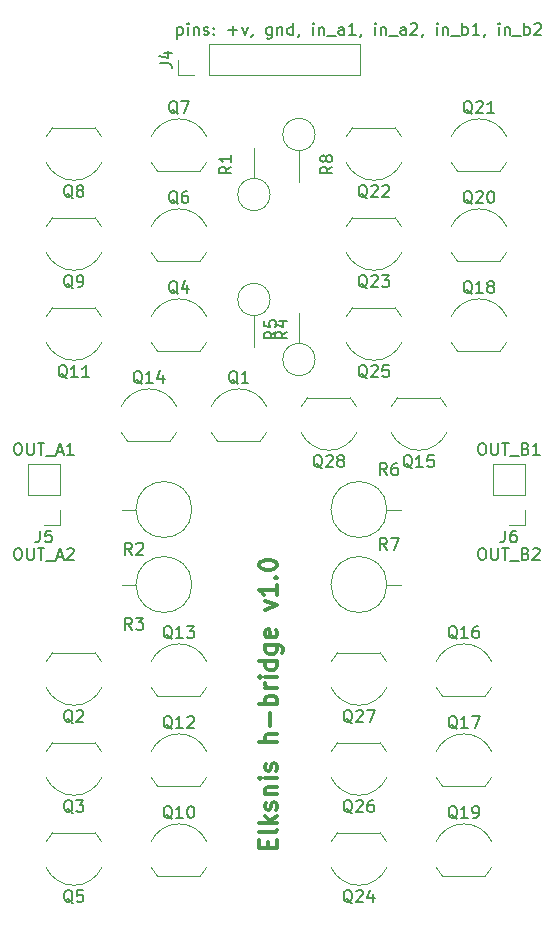
<source format=gbr>
G04 #@! TF.GenerationSoftware,KiCad,Pcbnew,5.0.1-33cea8e~68~ubuntu18.04.1*
G04 #@! TF.CreationDate,2018-11-12T23:59:36+00:00*
G04 #@! TF.ProjectId,h-bridge,682D6272696467652E6B696361645F70,rev?*
G04 #@! TF.SameCoordinates,Original*
G04 #@! TF.FileFunction,Legend,Top*
G04 #@! TF.FilePolarity,Positive*
%FSLAX46Y46*%
G04 Gerber Fmt 4.6, Leading zero omitted, Abs format (unit mm)*
G04 Created by KiCad (PCBNEW 5.0.1-33cea8e~68~ubuntu18.04.1) date Mon 12 Nov 2018 23:59:36 GMT*
%MOMM*%
%LPD*%
G01*
G04 APERTURE LIST*
%ADD10C,0.150000*%
%ADD11C,0.300000*%
%ADD12C,0.120000*%
G04 APERTURE END LIST*
D10*
X142422857Y-121372380D02*
X142613333Y-121372380D01*
X142708571Y-121420000D01*
X142803809Y-121515238D01*
X142851428Y-121705714D01*
X142851428Y-122039047D01*
X142803809Y-122229523D01*
X142708571Y-122324761D01*
X142613333Y-122372380D01*
X142422857Y-122372380D01*
X142327619Y-122324761D01*
X142232380Y-122229523D01*
X142184761Y-122039047D01*
X142184761Y-121705714D01*
X142232380Y-121515238D01*
X142327619Y-121420000D01*
X142422857Y-121372380D01*
X143280000Y-121372380D02*
X143280000Y-122181904D01*
X143327619Y-122277142D01*
X143375238Y-122324761D01*
X143470476Y-122372380D01*
X143660952Y-122372380D01*
X143756190Y-122324761D01*
X143803809Y-122277142D01*
X143851428Y-122181904D01*
X143851428Y-121372380D01*
X144184761Y-121372380D02*
X144756190Y-121372380D01*
X144470476Y-122372380D02*
X144470476Y-121372380D01*
X144851428Y-122467619D02*
X145613333Y-122467619D01*
X146184761Y-121848571D02*
X146327619Y-121896190D01*
X146375238Y-121943809D01*
X146422857Y-122039047D01*
X146422857Y-122181904D01*
X146375238Y-122277142D01*
X146327619Y-122324761D01*
X146232380Y-122372380D01*
X145851428Y-122372380D01*
X145851428Y-121372380D01*
X146184761Y-121372380D01*
X146280000Y-121420000D01*
X146327619Y-121467619D01*
X146375238Y-121562857D01*
X146375238Y-121658095D01*
X146327619Y-121753333D01*
X146280000Y-121800952D01*
X146184761Y-121848571D01*
X145851428Y-121848571D01*
X146803809Y-121467619D02*
X146851428Y-121420000D01*
X146946666Y-121372380D01*
X147184761Y-121372380D01*
X147280000Y-121420000D01*
X147327619Y-121467619D01*
X147375238Y-121562857D01*
X147375238Y-121658095D01*
X147327619Y-121800952D01*
X146756190Y-122372380D01*
X147375238Y-122372380D01*
X103124285Y-121372380D02*
X103314761Y-121372380D01*
X103410000Y-121420000D01*
X103505238Y-121515238D01*
X103552857Y-121705714D01*
X103552857Y-122039047D01*
X103505238Y-122229523D01*
X103410000Y-122324761D01*
X103314761Y-122372380D01*
X103124285Y-122372380D01*
X103029047Y-122324761D01*
X102933809Y-122229523D01*
X102886190Y-122039047D01*
X102886190Y-121705714D01*
X102933809Y-121515238D01*
X103029047Y-121420000D01*
X103124285Y-121372380D01*
X103981428Y-121372380D02*
X103981428Y-122181904D01*
X104029047Y-122277142D01*
X104076666Y-122324761D01*
X104171904Y-122372380D01*
X104362380Y-122372380D01*
X104457619Y-122324761D01*
X104505238Y-122277142D01*
X104552857Y-122181904D01*
X104552857Y-121372380D01*
X104886190Y-121372380D02*
X105457619Y-121372380D01*
X105171904Y-122372380D02*
X105171904Y-121372380D01*
X105552857Y-122467619D02*
X106314761Y-122467619D01*
X106505238Y-122086666D02*
X106981428Y-122086666D01*
X106410000Y-122372380D02*
X106743333Y-121372380D01*
X107076666Y-122372380D01*
X107362380Y-121467619D02*
X107410000Y-121420000D01*
X107505238Y-121372380D01*
X107743333Y-121372380D01*
X107838571Y-121420000D01*
X107886190Y-121467619D01*
X107933809Y-121562857D01*
X107933809Y-121658095D01*
X107886190Y-121800952D01*
X107314761Y-122372380D01*
X107933809Y-122372380D01*
X142422857Y-112482380D02*
X142613333Y-112482380D01*
X142708571Y-112530000D01*
X142803809Y-112625238D01*
X142851428Y-112815714D01*
X142851428Y-113149047D01*
X142803809Y-113339523D01*
X142708571Y-113434761D01*
X142613333Y-113482380D01*
X142422857Y-113482380D01*
X142327619Y-113434761D01*
X142232380Y-113339523D01*
X142184761Y-113149047D01*
X142184761Y-112815714D01*
X142232380Y-112625238D01*
X142327619Y-112530000D01*
X142422857Y-112482380D01*
X143280000Y-112482380D02*
X143280000Y-113291904D01*
X143327619Y-113387142D01*
X143375238Y-113434761D01*
X143470476Y-113482380D01*
X143660952Y-113482380D01*
X143756190Y-113434761D01*
X143803809Y-113387142D01*
X143851428Y-113291904D01*
X143851428Y-112482380D01*
X144184761Y-112482380D02*
X144756190Y-112482380D01*
X144470476Y-113482380D02*
X144470476Y-112482380D01*
X144851428Y-113577619D02*
X145613333Y-113577619D01*
X146184761Y-112958571D02*
X146327619Y-113006190D01*
X146375238Y-113053809D01*
X146422857Y-113149047D01*
X146422857Y-113291904D01*
X146375238Y-113387142D01*
X146327619Y-113434761D01*
X146232380Y-113482380D01*
X145851428Y-113482380D01*
X145851428Y-112482380D01*
X146184761Y-112482380D01*
X146280000Y-112530000D01*
X146327619Y-112577619D01*
X146375238Y-112672857D01*
X146375238Y-112768095D01*
X146327619Y-112863333D01*
X146280000Y-112910952D01*
X146184761Y-112958571D01*
X145851428Y-112958571D01*
X147375238Y-113482380D02*
X146803809Y-113482380D01*
X147089523Y-113482380D02*
X147089523Y-112482380D01*
X146994285Y-112625238D01*
X146899047Y-112720476D01*
X146803809Y-112768095D01*
X103124285Y-112482380D02*
X103314761Y-112482380D01*
X103410000Y-112530000D01*
X103505238Y-112625238D01*
X103552857Y-112815714D01*
X103552857Y-113149047D01*
X103505238Y-113339523D01*
X103410000Y-113434761D01*
X103314761Y-113482380D01*
X103124285Y-113482380D01*
X103029047Y-113434761D01*
X102933809Y-113339523D01*
X102886190Y-113149047D01*
X102886190Y-112815714D01*
X102933809Y-112625238D01*
X103029047Y-112530000D01*
X103124285Y-112482380D01*
X103981428Y-112482380D02*
X103981428Y-113291904D01*
X104029047Y-113387142D01*
X104076666Y-113434761D01*
X104171904Y-113482380D01*
X104362380Y-113482380D01*
X104457619Y-113434761D01*
X104505238Y-113387142D01*
X104552857Y-113291904D01*
X104552857Y-112482380D01*
X104886190Y-112482380D02*
X105457619Y-112482380D01*
X105171904Y-113482380D02*
X105171904Y-112482380D01*
X105552857Y-113577619D02*
X106314761Y-113577619D01*
X106505238Y-113196666D02*
X106981428Y-113196666D01*
X106410000Y-113482380D02*
X106743333Y-112482380D01*
X107076666Y-113482380D01*
X107933809Y-113482380D02*
X107362380Y-113482380D01*
X107648095Y-113482380D02*
X107648095Y-112482380D01*
X107552857Y-112625238D01*
X107457619Y-112720476D01*
X107362380Y-112768095D01*
X116699047Y-77255714D02*
X116699047Y-78255714D01*
X116699047Y-77303333D02*
X116794285Y-77255714D01*
X116984761Y-77255714D01*
X117080000Y-77303333D01*
X117127619Y-77350952D01*
X117175238Y-77446190D01*
X117175238Y-77731904D01*
X117127619Y-77827142D01*
X117080000Y-77874761D01*
X116984761Y-77922380D01*
X116794285Y-77922380D01*
X116699047Y-77874761D01*
X117603809Y-77922380D02*
X117603809Y-77255714D01*
X117603809Y-76922380D02*
X117556190Y-76970000D01*
X117603809Y-77017619D01*
X117651428Y-76970000D01*
X117603809Y-76922380D01*
X117603809Y-77017619D01*
X118080000Y-77255714D02*
X118080000Y-77922380D01*
X118080000Y-77350952D02*
X118127619Y-77303333D01*
X118222857Y-77255714D01*
X118365714Y-77255714D01*
X118460952Y-77303333D01*
X118508571Y-77398571D01*
X118508571Y-77922380D01*
X118937142Y-77874761D02*
X119032380Y-77922380D01*
X119222857Y-77922380D01*
X119318095Y-77874761D01*
X119365714Y-77779523D01*
X119365714Y-77731904D01*
X119318095Y-77636666D01*
X119222857Y-77589047D01*
X119080000Y-77589047D01*
X118984761Y-77541428D01*
X118937142Y-77446190D01*
X118937142Y-77398571D01*
X118984761Y-77303333D01*
X119080000Y-77255714D01*
X119222857Y-77255714D01*
X119318095Y-77303333D01*
X119794285Y-77827142D02*
X119841904Y-77874761D01*
X119794285Y-77922380D01*
X119746666Y-77874761D01*
X119794285Y-77827142D01*
X119794285Y-77922380D01*
X119794285Y-77303333D02*
X119841904Y-77350952D01*
X119794285Y-77398571D01*
X119746666Y-77350952D01*
X119794285Y-77303333D01*
X119794285Y-77398571D01*
X121032380Y-77541428D02*
X121794285Y-77541428D01*
X121413333Y-77922380D02*
X121413333Y-77160476D01*
X122175238Y-77255714D02*
X122413333Y-77922380D01*
X122651428Y-77255714D01*
X123080000Y-77874761D02*
X123080000Y-77922380D01*
X123032380Y-78017619D01*
X122984761Y-78065238D01*
X124699047Y-77255714D02*
X124699047Y-78065238D01*
X124651428Y-78160476D01*
X124603809Y-78208095D01*
X124508571Y-78255714D01*
X124365714Y-78255714D01*
X124270476Y-78208095D01*
X124699047Y-77874761D02*
X124603809Y-77922380D01*
X124413333Y-77922380D01*
X124318095Y-77874761D01*
X124270476Y-77827142D01*
X124222857Y-77731904D01*
X124222857Y-77446190D01*
X124270476Y-77350952D01*
X124318095Y-77303333D01*
X124413333Y-77255714D01*
X124603809Y-77255714D01*
X124699047Y-77303333D01*
X125175238Y-77255714D02*
X125175238Y-77922380D01*
X125175238Y-77350952D02*
X125222857Y-77303333D01*
X125318095Y-77255714D01*
X125460952Y-77255714D01*
X125556190Y-77303333D01*
X125603809Y-77398571D01*
X125603809Y-77922380D01*
X126508571Y-77922380D02*
X126508571Y-76922380D01*
X126508571Y-77874761D02*
X126413333Y-77922380D01*
X126222857Y-77922380D01*
X126127619Y-77874761D01*
X126080000Y-77827142D01*
X126032380Y-77731904D01*
X126032380Y-77446190D01*
X126080000Y-77350952D01*
X126127619Y-77303333D01*
X126222857Y-77255714D01*
X126413333Y-77255714D01*
X126508571Y-77303333D01*
X127032380Y-77874761D02*
X127032380Y-77922380D01*
X126984761Y-78017619D01*
X126937142Y-78065238D01*
X128222857Y-77922380D02*
X128222857Y-77255714D01*
X128222857Y-76922380D02*
X128175238Y-76970000D01*
X128222857Y-77017619D01*
X128270476Y-76970000D01*
X128222857Y-76922380D01*
X128222857Y-77017619D01*
X128699047Y-77255714D02*
X128699047Y-77922380D01*
X128699047Y-77350952D02*
X128746666Y-77303333D01*
X128841904Y-77255714D01*
X128984761Y-77255714D01*
X129080000Y-77303333D01*
X129127619Y-77398571D01*
X129127619Y-77922380D01*
X129365714Y-78017619D02*
X130127619Y-78017619D01*
X130794285Y-77922380D02*
X130794285Y-77398571D01*
X130746666Y-77303333D01*
X130651428Y-77255714D01*
X130460952Y-77255714D01*
X130365714Y-77303333D01*
X130794285Y-77874761D02*
X130699047Y-77922380D01*
X130460952Y-77922380D01*
X130365714Y-77874761D01*
X130318095Y-77779523D01*
X130318095Y-77684285D01*
X130365714Y-77589047D01*
X130460952Y-77541428D01*
X130699047Y-77541428D01*
X130794285Y-77493809D01*
X131794285Y-77922380D02*
X131222857Y-77922380D01*
X131508571Y-77922380D02*
X131508571Y-76922380D01*
X131413333Y-77065238D01*
X131318095Y-77160476D01*
X131222857Y-77208095D01*
X132270476Y-77874761D02*
X132270476Y-77922380D01*
X132222857Y-78017619D01*
X132175238Y-78065238D01*
X133460952Y-77922380D02*
X133460952Y-77255714D01*
X133460952Y-76922380D02*
X133413333Y-76970000D01*
X133460952Y-77017619D01*
X133508571Y-76970000D01*
X133460952Y-76922380D01*
X133460952Y-77017619D01*
X133937142Y-77255714D02*
X133937142Y-77922380D01*
X133937142Y-77350952D02*
X133984761Y-77303333D01*
X134080000Y-77255714D01*
X134222857Y-77255714D01*
X134318095Y-77303333D01*
X134365714Y-77398571D01*
X134365714Y-77922380D01*
X134603809Y-78017619D02*
X135365714Y-78017619D01*
X136032380Y-77922380D02*
X136032380Y-77398571D01*
X135984761Y-77303333D01*
X135889523Y-77255714D01*
X135699047Y-77255714D01*
X135603809Y-77303333D01*
X136032380Y-77874761D02*
X135937142Y-77922380D01*
X135699047Y-77922380D01*
X135603809Y-77874761D01*
X135556190Y-77779523D01*
X135556190Y-77684285D01*
X135603809Y-77589047D01*
X135699047Y-77541428D01*
X135937142Y-77541428D01*
X136032380Y-77493809D01*
X136460952Y-77017619D02*
X136508571Y-76970000D01*
X136603809Y-76922380D01*
X136841904Y-76922380D01*
X136937142Y-76970000D01*
X136984761Y-77017619D01*
X137032380Y-77112857D01*
X137032380Y-77208095D01*
X136984761Y-77350952D01*
X136413333Y-77922380D01*
X137032380Y-77922380D01*
X137508571Y-77874761D02*
X137508571Y-77922380D01*
X137460952Y-78017619D01*
X137413333Y-78065238D01*
X138699047Y-77922380D02*
X138699047Y-77255714D01*
X138699047Y-76922380D02*
X138651428Y-76970000D01*
X138699047Y-77017619D01*
X138746666Y-76970000D01*
X138699047Y-76922380D01*
X138699047Y-77017619D01*
X139175238Y-77255714D02*
X139175238Y-77922380D01*
X139175238Y-77350952D02*
X139222857Y-77303333D01*
X139318095Y-77255714D01*
X139460952Y-77255714D01*
X139556190Y-77303333D01*
X139603809Y-77398571D01*
X139603809Y-77922380D01*
X139841904Y-78017619D02*
X140603809Y-78017619D01*
X140841904Y-77922380D02*
X140841904Y-76922380D01*
X140841904Y-77303333D02*
X140937142Y-77255714D01*
X141127619Y-77255714D01*
X141222857Y-77303333D01*
X141270476Y-77350952D01*
X141318095Y-77446190D01*
X141318095Y-77731904D01*
X141270476Y-77827142D01*
X141222857Y-77874761D01*
X141127619Y-77922380D01*
X140937142Y-77922380D01*
X140841904Y-77874761D01*
X142270476Y-77922380D02*
X141699047Y-77922380D01*
X141984761Y-77922380D02*
X141984761Y-76922380D01*
X141889523Y-77065238D01*
X141794285Y-77160476D01*
X141699047Y-77208095D01*
X142746666Y-77874761D02*
X142746666Y-77922380D01*
X142699047Y-78017619D01*
X142651428Y-78065238D01*
X143937142Y-77922380D02*
X143937142Y-77255714D01*
X143937142Y-76922380D02*
X143889523Y-76970000D01*
X143937142Y-77017619D01*
X143984761Y-76970000D01*
X143937142Y-76922380D01*
X143937142Y-77017619D01*
X144413333Y-77255714D02*
X144413333Y-77922380D01*
X144413333Y-77350952D02*
X144460952Y-77303333D01*
X144556190Y-77255714D01*
X144699047Y-77255714D01*
X144794285Y-77303333D01*
X144841904Y-77398571D01*
X144841904Y-77922380D01*
X145080000Y-78017619D02*
X145841904Y-78017619D01*
X146080000Y-77922380D02*
X146080000Y-76922380D01*
X146080000Y-77303333D02*
X146175238Y-77255714D01*
X146365714Y-77255714D01*
X146460952Y-77303333D01*
X146508571Y-77350952D01*
X146556190Y-77446190D01*
X146556190Y-77731904D01*
X146508571Y-77827142D01*
X146460952Y-77874761D01*
X146365714Y-77922380D01*
X146175238Y-77922380D01*
X146080000Y-77874761D01*
X146937142Y-77017619D02*
X146984761Y-76970000D01*
X147080000Y-76922380D01*
X147318095Y-76922380D01*
X147413333Y-76970000D01*
X147460952Y-77017619D01*
X147508571Y-77112857D01*
X147508571Y-77208095D01*
X147460952Y-77350952D01*
X146889523Y-77922380D01*
X147508571Y-77922380D01*
D11*
X124352857Y-146798571D02*
X124352857Y-146298571D01*
X125138571Y-146084285D02*
X125138571Y-146798571D01*
X123638571Y-146798571D01*
X123638571Y-146084285D01*
X125138571Y-145227142D02*
X125067142Y-145370000D01*
X124924285Y-145441428D01*
X123638571Y-145441428D01*
X125138571Y-144655714D02*
X123638571Y-144655714D01*
X124567142Y-144512857D02*
X125138571Y-144084285D01*
X124138571Y-144084285D02*
X124710000Y-144655714D01*
X125067142Y-143512857D02*
X125138571Y-143370000D01*
X125138571Y-143084285D01*
X125067142Y-142941428D01*
X124924285Y-142870000D01*
X124852857Y-142870000D01*
X124710000Y-142941428D01*
X124638571Y-143084285D01*
X124638571Y-143298571D01*
X124567142Y-143441428D01*
X124424285Y-143512857D01*
X124352857Y-143512857D01*
X124210000Y-143441428D01*
X124138571Y-143298571D01*
X124138571Y-143084285D01*
X124210000Y-142941428D01*
X124138571Y-142227142D02*
X125138571Y-142227142D01*
X124281428Y-142227142D02*
X124210000Y-142155714D01*
X124138571Y-142012857D01*
X124138571Y-141798571D01*
X124210000Y-141655714D01*
X124352857Y-141584285D01*
X125138571Y-141584285D01*
X125138571Y-140870000D02*
X124138571Y-140870000D01*
X123638571Y-140870000D02*
X123710000Y-140941428D01*
X123781428Y-140870000D01*
X123710000Y-140798571D01*
X123638571Y-140870000D01*
X123781428Y-140870000D01*
X125067142Y-140227142D02*
X125138571Y-140084285D01*
X125138571Y-139798571D01*
X125067142Y-139655714D01*
X124924285Y-139584285D01*
X124852857Y-139584285D01*
X124710000Y-139655714D01*
X124638571Y-139798571D01*
X124638571Y-140012857D01*
X124567142Y-140155714D01*
X124424285Y-140227142D01*
X124352857Y-140227142D01*
X124210000Y-140155714D01*
X124138571Y-140012857D01*
X124138571Y-139798571D01*
X124210000Y-139655714D01*
X125138571Y-137798571D02*
X123638571Y-137798571D01*
X125138571Y-137155714D02*
X124352857Y-137155714D01*
X124210000Y-137227142D01*
X124138571Y-137370000D01*
X124138571Y-137584285D01*
X124210000Y-137727142D01*
X124281428Y-137798571D01*
X124567142Y-136441428D02*
X124567142Y-135298571D01*
X125138571Y-134584285D02*
X123638571Y-134584285D01*
X124210000Y-134584285D02*
X124138571Y-134441428D01*
X124138571Y-134155714D01*
X124210000Y-134012857D01*
X124281428Y-133941428D01*
X124424285Y-133870000D01*
X124852857Y-133870000D01*
X124995714Y-133941428D01*
X125067142Y-134012857D01*
X125138571Y-134155714D01*
X125138571Y-134441428D01*
X125067142Y-134584285D01*
X125138571Y-133227142D02*
X124138571Y-133227142D01*
X124424285Y-133227142D02*
X124281428Y-133155714D01*
X124210000Y-133084285D01*
X124138571Y-132941428D01*
X124138571Y-132798571D01*
X125138571Y-132298571D02*
X124138571Y-132298571D01*
X123638571Y-132298571D02*
X123710000Y-132370000D01*
X123781428Y-132298571D01*
X123710000Y-132227142D01*
X123638571Y-132298571D01*
X123781428Y-132298571D01*
X125138571Y-130941428D02*
X123638571Y-130941428D01*
X125067142Y-130941428D02*
X125138571Y-131084285D01*
X125138571Y-131370000D01*
X125067142Y-131512857D01*
X124995714Y-131584285D01*
X124852857Y-131655714D01*
X124424285Y-131655714D01*
X124281428Y-131584285D01*
X124210000Y-131512857D01*
X124138571Y-131370000D01*
X124138571Y-131084285D01*
X124210000Y-130941428D01*
X124138571Y-129584285D02*
X125352857Y-129584285D01*
X125495714Y-129655714D01*
X125567142Y-129727142D01*
X125638571Y-129870000D01*
X125638571Y-130084285D01*
X125567142Y-130227142D01*
X125067142Y-129584285D02*
X125138571Y-129727142D01*
X125138571Y-130012857D01*
X125067142Y-130155714D01*
X124995714Y-130227142D01*
X124852857Y-130298571D01*
X124424285Y-130298571D01*
X124281428Y-130227142D01*
X124210000Y-130155714D01*
X124138571Y-130012857D01*
X124138571Y-129727142D01*
X124210000Y-129584285D01*
X125067142Y-128298571D02*
X125138571Y-128441428D01*
X125138571Y-128727142D01*
X125067142Y-128870000D01*
X124924285Y-128941428D01*
X124352857Y-128941428D01*
X124210000Y-128870000D01*
X124138571Y-128727142D01*
X124138571Y-128441428D01*
X124210000Y-128298571D01*
X124352857Y-128227142D01*
X124495714Y-128227142D01*
X124638571Y-128941428D01*
X124138571Y-126584285D02*
X125138571Y-126227142D01*
X124138571Y-125870000D01*
X125138571Y-124512857D02*
X125138571Y-125370000D01*
X125138571Y-124941428D02*
X123638571Y-124941428D01*
X123852857Y-125084285D01*
X123995714Y-125227142D01*
X124067142Y-125370000D01*
X124995714Y-123870000D02*
X125067142Y-123798571D01*
X125138571Y-123870000D01*
X125067142Y-123941428D01*
X124995714Y-123870000D01*
X125138571Y-123870000D01*
X123638571Y-122870000D02*
X123638571Y-122727142D01*
X123710000Y-122584285D01*
X123781428Y-122512857D01*
X123924285Y-122441428D01*
X124210000Y-122370000D01*
X124567142Y-122370000D01*
X124852857Y-122441428D01*
X124995714Y-122512857D01*
X125067142Y-122584285D01*
X125138571Y-122727142D01*
X125138571Y-122870000D01*
X125067142Y-123012857D01*
X124995714Y-123084285D01*
X124852857Y-123155714D01*
X124567142Y-123227142D01*
X124210000Y-123227142D01*
X123924285Y-123155714D01*
X123781428Y-123084285D01*
X123710000Y-123012857D01*
X123638571Y-122870000D01*
D12*
G04 #@! TO.C,J5*
X106740000Y-119440000D02*
X105410000Y-119440000D01*
X106740000Y-118110000D02*
X106740000Y-119440000D01*
X106740000Y-116840000D02*
X104080000Y-116840000D01*
X104080000Y-116840000D02*
X104080000Y-114240000D01*
X106740000Y-116840000D02*
X106740000Y-114240000D01*
X106740000Y-114240000D02*
X104080000Y-114240000D01*
G04 #@! TO.C,J6*
X146110000Y-114240000D02*
X143450000Y-114240000D01*
X146110000Y-116840000D02*
X146110000Y-114240000D01*
X143450000Y-116840000D02*
X143450000Y-114240000D01*
X146110000Y-116840000D02*
X143450000Y-116840000D01*
X146110000Y-118110000D02*
X146110000Y-119440000D01*
X146110000Y-119440000D02*
X144780000Y-119440000D01*
G04 #@! TO.C,J4*
X132140000Y-81340000D02*
X132140000Y-78680000D01*
X119380000Y-81340000D02*
X132140000Y-81340000D01*
X119380000Y-78680000D02*
X132140000Y-78680000D01*
X119380000Y-81340000D02*
X119380000Y-78680000D01*
X118110000Y-81340000D02*
X116780000Y-81340000D01*
X116780000Y-81340000D02*
X116780000Y-80010000D01*
G04 #@! TO.C,R1*
X123190000Y-90070000D02*
X123190000Y-87460000D01*
X124560000Y-91440000D02*
G75*
G03X124560000Y-91440000I-1370000J0D01*
G01*
G04 #@! TO.C,R4*
X124560000Y-100330000D02*
G75*
G03X124560000Y-100330000I-1370000J0D01*
G01*
X123190000Y-101700000D02*
X123190000Y-104310000D01*
G04 #@! TO.C,R5*
X127000000Y-104040000D02*
X127000000Y-101430000D01*
X128370000Y-105410000D02*
G75*
G03X128370000Y-105410000I-1370000J0D01*
G01*
G04 #@! TO.C,R8*
X128370000Y-86360000D02*
G75*
G03X128370000Y-86360000I-1370000J0D01*
G01*
X127000000Y-87730000D02*
X127000000Y-90340000D01*
G04 #@! TO.C,Q20*
X144564184Y-96372795D02*
G75*
G02X144040000Y-97100000I-2324184J1122795D01*
G01*
X144596400Y-94151193D02*
G75*
G03X142240000Y-92650000I-2356400J-1098807D01*
G01*
X139883600Y-94151193D02*
G75*
G02X142240000Y-92650000I2356400J-1098807D01*
G01*
X139915816Y-96372795D02*
G75*
G03X140440000Y-97100000I2324184J1122795D01*
G01*
X140440000Y-97100000D02*
X144040000Y-97100000D01*
G04 #@! TO.C,Q19*
X139170000Y-149170000D02*
X142770000Y-149170000D01*
X138645816Y-148442795D02*
G75*
G03X139170000Y-149170000I2324184J1122795D01*
G01*
X138613600Y-146221193D02*
G75*
G02X140970000Y-144720000I2356400J-1098807D01*
G01*
X143326400Y-146221193D02*
G75*
G03X140970000Y-144720000I-2356400J-1098807D01*
G01*
X143294184Y-148442795D02*
G75*
G02X142770000Y-149170000I-2324184J1122795D01*
G01*
G04 #@! TO.C,Q21*
X144564184Y-88752795D02*
G75*
G02X144040000Y-89480000I-2324184J1122795D01*
G01*
X144596400Y-86531193D02*
G75*
G03X142240000Y-85030000I-2356400J-1098807D01*
G01*
X139883600Y-86531193D02*
G75*
G02X142240000Y-85030000I2356400J-1098807D01*
G01*
X139915816Y-88752795D02*
G75*
G03X140440000Y-89480000I2324184J1122795D01*
G01*
X140440000Y-89480000D02*
X144040000Y-89480000D01*
G04 #@! TO.C,Q22*
X135150000Y-85780000D02*
X131550000Y-85780000D01*
X135674184Y-86507205D02*
G75*
G03X135150000Y-85780000I-2324184J-1122795D01*
G01*
X135706400Y-88728807D02*
G75*
G02X133350000Y-90230000I-2356400J1098807D01*
G01*
X130993600Y-88728807D02*
G75*
G03X133350000Y-90230000I2356400J1098807D01*
G01*
X131025816Y-86507205D02*
G75*
G02X131550000Y-85780000I2324184J-1122795D01*
G01*
G04 #@! TO.C,Q23*
X131025816Y-94127205D02*
G75*
G02X131550000Y-93400000I2324184J-1122795D01*
G01*
X130993600Y-96348807D02*
G75*
G03X133350000Y-97850000I2356400J1098807D01*
G01*
X135706400Y-96348807D02*
G75*
G02X133350000Y-97850000I-2356400J1098807D01*
G01*
X135674184Y-94127205D02*
G75*
G03X135150000Y-93400000I-2324184J-1122795D01*
G01*
X135150000Y-93400000D02*
X131550000Y-93400000D01*
G04 #@! TO.C,Q24*
X133880000Y-145470000D02*
X130280000Y-145470000D01*
X134404184Y-146197205D02*
G75*
G03X133880000Y-145470000I-2324184J-1122795D01*
G01*
X134436400Y-148418807D02*
G75*
G02X132080000Y-149920000I-2356400J1098807D01*
G01*
X129723600Y-148418807D02*
G75*
G03X132080000Y-149920000I2356400J1098807D01*
G01*
X129755816Y-146197205D02*
G75*
G02X130280000Y-145470000I2324184J-1122795D01*
G01*
G04 #@! TO.C,Q25*
X131025816Y-101747205D02*
G75*
G02X131550000Y-101020000I2324184J-1122795D01*
G01*
X130993600Y-103968807D02*
G75*
G03X133350000Y-105470000I2356400J1098807D01*
G01*
X135706400Y-103968807D02*
G75*
G02X133350000Y-105470000I-2356400J1098807D01*
G01*
X135674184Y-101747205D02*
G75*
G03X135150000Y-101020000I-2324184J-1122795D01*
G01*
X135150000Y-101020000D02*
X131550000Y-101020000D01*
G04 #@! TO.C,Q26*
X133880000Y-137850000D02*
X130280000Y-137850000D01*
X134404184Y-138577205D02*
G75*
G03X133880000Y-137850000I-2324184J-1122795D01*
G01*
X134436400Y-140798807D02*
G75*
G02X132080000Y-142300000I-2356400J1098807D01*
G01*
X129723600Y-140798807D02*
G75*
G03X132080000Y-142300000I2356400J1098807D01*
G01*
X129755816Y-138577205D02*
G75*
G02X130280000Y-137850000I2324184J-1122795D01*
G01*
G04 #@! TO.C,Q27*
X129755816Y-130957205D02*
G75*
G02X130280000Y-130230000I2324184J-1122795D01*
G01*
X129723600Y-133178807D02*
G75*
G03X132080000Y-134680000I2356400J1098807D01*
G01*
X134436400Y-133178807D02*
G75*
G02X132080000Y-134680000I-2356400J1098807D01*
G01*
X134404184Y-130957205D02*
G75*
G03X133880000Y-130230000I-2324184J-1122795D01*
G01*
X133880000Y-130230000D02*
X130280000Y-130230000D01*
G04 #@! TO.C,Q28*
X131340000Y-108640000D02*
X127740000Y-108640000D01*
X131864184Y-109367205D02*
G75*
G03X131340000Y-108640000I-2324184J-1122795D01*
G01*
X131896400Y-111588807D02*
G75*
G02X129540000Y-113090000I-2356400J1098807D01*
G01*
X127183600Y-111588807D02*
G75*
G03X129540000Y-113090000I2356400J1098807D01*
G01*
X127215816Y-109367205D02*
G75*
G02X127740000Y-108640000I2324184J-1122795D01*
G01*
G04 #@! TO.C,Q10*
X119164184Y-148442795D02*
G75*
G02X118640000Y-149170000I-2324184J1122795D01*
G01*
X119196400Y-146221193D02*
G75*
G03X116840000Y-144720000I-2356400J-1098807D01*
G01*
X114483600Y-146221193D02*
G75*
G02X116840000Y-144720000I2356400J-1098807D01*
G01*
X114515816Y-148442795D02*
G75*
G03X115040000Y-149170000I2324184J1122795D01*
G01*
X115040000Y-149170000D02*
X118640000Y-149170000D01*
G04 #@! TO.C,Q2*
X109750000Y-130230000D02*
X106150000Y-130230000D01*
X110274184Y-130957205D02*
G75*
G03X109750000Y-130230000I-2324184J-1122795D01*
G01*
X110306400Y-133178807D02*
G75*
G02X107950000Y-134680000I-2356400J1098807D01*
G01*
X105593600Y-133178807D02*
G75*
G03X107950000Y-134680000I2356400J1098807D01*
G01*
X105625816Y-130957205D02*
G75*
G02X106150000Y-130230000I2324184J-1122795D01*
G01*
G04 #@! TO.C,Q3*
X105625816Y-138577205D02*
G75*
G02X106150000Y-137850000I2324184J-1122795D01*
G01*
X105593600Y-140798807D02*
G75*
G03X107950000Y-142300000I2356400J1098807D01*
G01*
X110306400Y-140798807D02*
G75*
G02X107950000Y-142300000I-2356400J1098807D01*
G01*
X110274184Y-138577205D02*
G75*
G03X109750000Y-137850000I-2324184J-1122795D01*
G01*
X109750000Y-137850000D02*
X106150000Y-137850000D01*
G04 #@! TO.C,Q4*
X115040000Y-104720000D02*
X118640000Y-104720000D01*
X114515816Y-103992795D02*
G75*
G03X115040000Y-104720000I2324184J1122795D01*
G01*
X114483600Y-101771193D02*
G75*
G02X116840000Y-100270000I2356400J-1098807D01*
G01*
X119196400Y-101771193D02*
G75*
G03X116840000Y-100270000I-2356400J-1098807D01*
G01*
X119164184Y-103992795D02*
G75*
G02X118640000Y-104720000I-2324184J1122795D01*
G01*
G04 #@! TO.C,Q17*
X143294184Y-140822795D02*
G75*
G02X142770000Y-141550000I-2324184J1122795D01*
G01*
X143326400Y-138601193D02*
G75*
G03X140970000Y-137100000I-2356400J-1098807D01*
G01*
X138613600Y-138601193D02*
G75*
G02X140970000Y-137100000I2356400J-1098807D01*
G01*
X138645816Y-140822795D02*
G75*
G03X139170000Y-141550000I2324184J1122795D01*
G01*
X139170000Y-141550000D02*
X142770000Y-141550000D01*
G04 #@! TO.C,Q16*
X139170000Y-133930000D02*
X142770000Y-133930000D01*
X138645816Y-133202795D02*
G75*
G03X139170000Y-133930000I2324184J1122795D01*
G01*
X138613600Y-130981193D02*
G75*
G02X140970000Y-129480000I2356400J-1098807D01*
G01*
X143326400Y-130981193D02*
G75*
G03X140970000Y-129480000I-2356400J-1098807D01*
G01*
X143294184Y-133202795D02*
G75*
G02X142770000Y-133930000I-2324184J1122795D01*
G01*
G04 #@! TO.C,Q15*
X134835816Y-109367205D02*
G75*
G02X135360000Y-108640000I2324184J-1122795D01*
G01*
X134803600Y-111588807D02*
G75*
G03X137160000Y-113090000I2356400J1098807D01*
G01*
X139516400Y-111588807D02*
G75*
G02X137160000Y-113090000I-2356400J1098807D01*
G01*
X139484184Y-109367205D02*
G75*
G03X138960000Y-108640000I-2324184J-1122795D01*
G01*
X138960000Y-108640000D02*
X135360000Y-108640000D01*
G04 #@! TO.C,Q14*
X112500000Y-112340000D02*
X116100000Y-112340000D01*
X111975816Y-111612795D02*
G75*
G03X112500000Y-112340000I2324184J1122795D01*
G01*
X111943600Y-109391193D02*
G75*
G02X114300000Y-107890000I2356400J-1098807D01*
G01*
X116656400Y-109391193D02*
G75*
G03X114300000Y-107890000I-2356400J-1098807D01*
G01*
X116624184Y-111612795D02*
G75*
G02X116100000Y-112340000I-2324184J1122795D01*
G01*
G04 #@! TO.C,Q13*
X119164184Y-133202795D02*
G75*
G02X118640000Y-133930000I-2324184J1122795D01*
G01*
X119196400Y-130981193D02*
G75*
G03X116840000Y-129480000I-2356400J-1098807D01*
G01*
X114483600Y-130981193D02*
G75*
G02X116840000Y-129480000I2356400J-1098807D01*
G01*
X114515816Y-133202795D02*
G75*
G03X115040000Y-133930000I2324184J1122795D01*
G01*
X115040000Y-133930000D02*
X118640000Y-133930000D01*
G04 #@! TO.C,Q12*
X115040000Y-141550000D02*
X118640000Y-141550000D01*
X114515816Y-140822795D02*
G75*
G03X115040000Y-141550000I2324184J1122795D01*
G01*
X114483600Y-138601193D02*
G75*
G02X116840000Y-137100000I2356400J-1098807D01*
G01*
X119196400Y-138601193D02*
G75*
G03X116840000Y-137100000I-2356400J-1098807D01*
G01*
X119164184Y-140822795D02*
G75*
G02X118640000Y-141550000I-2324184J1122795D01*
G01*
G04 #@! TO.C,Q11*
X105625816Y-101747205D02*
G75*
G02X106150000Y-101020000I2324184J-1122795D01*
G01*
X105593600Y-103968807D02*
G75*
G03X107950000Y-105470000I2356400J1098807D01*
G01*
X110306400Y-103968807D02*
G75*
G02X107950000Y-105470000I-2356400J1098807D01*
G01*
X110274184Y-101747205D02*
G75*
G03X109750000Y-101020000I-2324184J-1122795D01*
G01*
X109750000Y-101020000D02*
X106150000Y-101020000D01*
G04 #@! TO.C,Q1*
X120120000Y-112340000D02*
X123720000Y-112340000D01*
X119595816Y-111612795D02*
G75*
G03X120120000Y-112340000I2324184J1122795D01*
G01*
X119563600Y-109391193D02*
G75*
G02X121920000Y-107890000I2356400J-1098807D01*
G01*
X124276400Y-109391193D02*
G75*
G03X121920000Y-107890000I-2356400J-1098807D01*
G01*
X124244184Y-111612795D02*
G75*
G02X123720000Y-112340000I-2324184J1122795D01*
G01*
G04 #@! TO.C,Q9*
X105625816Y-94127205D02*
G75*
G02X106150000Y-93400000I2324184J-1122795D01*
G01*
X105593600Y-96348807D02*
G75*
G03X107950000Y-97850000I2356400J1098807D01*
G01*
X110306400Y-96348807D02*
G75*
G02X107950000Y-97850000I-2356400J1098807D01*
G01*
X110274184Y-94127205D02*
G75*
G03X109750000Y-93400000I-2324184J-1122795D01*
G01*
X109750000Y-93400000D02*
X106150000Y-93400000D01*
G04 #@! TO.C,Q8*
X109750000Y-85780000D02*
X106150000Y-85780000D01*
X110274184Y-86507205D02*
G75*
G03X109750000Y-85780000I-2324184J-1122795D01*
G01*
X110306400Y-88728807D02*
G75*
G02X107950000Y-90230000I-2356400J1098807D01*
G01*
X105593600Y-88728807D02*
G75*
G03X107950000Y-90230000I2356400J1098807D01*
G01*
X105625816Y-86507205D02*
G75*
G02X106150000Y-85780000I2324184J-1122795D01*
G01*
G04 #@! TO.C,Q7*
X119164184Y-88752795D02*
G75*
G02X118640000Y-89480000I-2324184J1122795D01*
G01*
X119196400Y-86531193D02*
G75*
G03X116840000Y-85030000I-2356400J-1098807D01*
G01*
X114483600Y-86531193D02*
G75*
G02X116840000Y-85030000I2356400J-1098807D01*
G01*
X114515816Y-88752795D02*
G75*
G03X115040000Y-89480000I2324184J1122795D01*
G01*
X115040000Y-89480000D02*
X118640000Y-89480000D01*
G04 #@! TO.C,Q6*
X115040000Y-97100000D02*
X118640000Y-97100000D01*
X114515816Y-96372795D02*
G75*
G03X115040000Y-97100000I2324184J1122795D01*
G01*
X114483600Y-94151193D02*
G75*
G02X116840000Y-92650000I2356400J-1098807D01*
G01*
X119196400Y-94151193D02*
G75*
G03X116840000Y-92650000I-2356400J-1098807D01*
G01*
X119164184Y-96372795D02*
G75*
G02X118640000Y-97100000I-2324184J1122795D01*
G01*
G04 #@! TO.C,Q18*
X144564184Y-103992795D02*
G75*
G02X144040000Y-104720000I-2324184J1122795D01*
G01*
X144596400Y-101771193D02*
G75*
G03X142240000Y-100270000I-2356400J-1098807D01*
G01*
X139883600Y-101771193D02*
G75*
G02X142240000Y-100270000I2356400J-1098807D01*
G01*
X139915816Y-103992795D02*
G75*
G03X140440000Y-104720000I2324184J1122795D01*
G01*
X140440000Y-104720000D02*
X144040000Y-104720000D01*
G04 #@! TO.C,Q5*
X109750000Y-145470000D02*
X106150000Y-145470000D01*
X110274184Y-146197205D02*
G75*
G03X109750000Y-145470000I-2324184J-1122795D01*
G01*
X110306400Y-148418807D02*
G75*
G02X107950000Y-149920000I-2356400J1098807D01*
G01*
X105593600Y-148418807D02*
G75*
G03X107950000Y-149920000I2356400J1098807D01*
G01*
X105625816Y-146197205D02*
G75*
G02X106150000Y-145470000I2324184J-1122795D01*
G01*
G04 #@! TO.C,R2*
X113200000Y-118110000D02*
X111990000Y-118110000D01*
X117940000Y-118110000D02*
G75*
G03X117940000Y-118110000I-2370000J0D01*
G01*
G04 #@! TO.C,R3*
X117940000Y-124460000D02*
G75*
G03X117940000Y-124460000I-2370000J0D01*
G01*
X113200000Y-124460000D02*
X111990000Y-124460000D01*
G04 #@! TO.C,R6*
X134450000Y-118110000D02*
X135660000Y-118110000D01*
X134450000Y-118110000D02*
G75*
G03X134450000Y-118110000I-2370000J0D01*
G01*
G04 #@! TO.C,R7*
X134450000Y-124460000D02*
G75*
G03X134450000Y-124460000I-2370000J0D01*
G01*
X134450000Y-124460000D02*
X135660000Y-124460000D01*
G04 #@! TO.C,J5*
D10*
X105076666Y-119892380D02*
X105076666Y-120606666D01*
X105029047Y-120749523D01*
X104933809Y-120844761D01*
X104790952Y-120892380D01*
X104695714Y-120892380D01*
X106029047Y-119892380D02*
X105552857Y-119892380D01*
X105505238Y-120368571D01*
X105552857Y-120320952D01*
X105648095Y-120273333D01*
X105886190Y-120273333D01*
X105981428Y-120320952D01*
X106029047Y-120368571D01*
X106076666Y-120463809D01*
X106076666Y-120701904D01*
X106029047Y-120797142D01*
X105981428Y-120844761D01*
X105886190Y-120892380D01*
X105648095Y-120892380D01*
X105552857Y-120844761D01*
X105505238Y-120797142D01*
G04 #@! TO.C,J6*
X144446666Y-119892380D02*
X144446666Y-120606666D01*
X144399047Y-120749523D01*
X144303809Y-120844761D01*
X144160952Y-120892380D01*
X144065714Y-120892380D01*
X145351428Y-119892380D02*
X145160952Y-119892380D01*
X145065714Y-119940000D01*
X145018095Y-119987619D01*
X144922857Y-120130476D01*
X144875238Y-120320952D01*
X144875238Y-120701904D01*
X144922857Y-120797142D01*
X144970476Y-120844761D01*
X145065714Y-120892380D01*
X145256190Y-120892380D01*
X145351428Y-120844761D01*
X145399047Y-120797142D01*
X145446666Y-120701904D01*
X145446666Y-120463809D01*
X145399047Y-120368571D01*
X145351428Y-120320952D01*
X145256190Y-120273333D01*
X145065714Y-120273333D01*
X144970476Y-120320952D01*
X144922857Y-120368571D01*
X144875238Y-120463809D01*
G04 #@! TO.C,J4*
X115232380Y-80343333D02*
X115946666Y-80343333D01*
X116089523Y-80390952D01*
X116184761Y-80486190D01*
X116232380Y-80629047D01*
X116232380Y-80724285D01*
X115565714Y-79438571D02*
X116232380Y-79438571D01*
X115184761Y-79676666D02*
X115899047Y-79914761D01*
X115899047Y-79295714D01*
G04 #@! TO.C,R1*
X121272380Y-89066666D02*
X120796190Y-89400000D01*
X121272380Y-89638095D02*
X120272380Y-89638095D01*
X120272380Y-89257142D01*
X120320000Y-89161904D01*
X120367619Y-89114285D01*
X120462857Y-89066666D01*
X120605714Y-89066666D01*
X120700952Y-89114285D01*
X120748571Y-89161904D01*
X120796190Y-89257142D01*
X120796190Y-89638095D01*
X121272380Y-88114285D02*
X121272380Y-88685714D01*
X121272380Y-88400000D02*
X120272380Y-88400000D01*
X120415238Y-88495238D01*
X120510476Y-88590476D01*
X120558095Y-88685714D01*
G04 #@! TO.C,R4*
X126012380Y-103036666D02*
X125536190Y-103370000D01*
X126012380Y-103608095D02*
X125012380Y-103608095D01*
X125012380Y-103227142D01*
X125060000Y-103131904D01*
X125107619Y-103084285D01*
X125202857Y-103036666D01*
X125345714Y-103036666D01*
X125440952Y-103084285D01*
X125488571Y-103131904D01*
X125536190Y-103227142D01*
X125536190Y-103608095D01*
X125345714Y-102179523D02*
X126012380Y-102179523D01*
X124964761Y-102417619D02*
X125679047Y-102655714D01*
X125679047Y-102036666D01*
G04 #@! TO.C,R5*
X125082380Y-103036666D02*
X124606190Y-103370000D01*
X125082380Y-103608095D02*
X124082380Y-103608095D01*
X124082380Y-103227142D01*
X124130000Y-103131904D01*
X124177619Y-103084285D01*
X124272857Y-103036666D01*
X124415714Y-103036666D01*
X124510952Y-103084285D01*
X124558571Y-103131904D01*
X124606190Y-103227142D01*
X124606190Y-103608095D01*
X124082380Y-102131904D02*
X124082380Y-102608095D01*
X124558571Y-102655714D01*
X124510952Y-102608095D01*
X124463333Y-102512857D01*
X124463333Y-102274761D01*
X124510952Y-102179523D01*
X124558571Y-102131904D01*
X124653809Y-102084285D01*
X124891904Y-102084285D01*
X124987142Y-102131904D01*
X125034761Y-102179523D01*
X125082380Y-102274761D01*
X125082380Y-102512857D01*
X125034761Y-102608095D01*
X124987142Y-102655714D01*
G04 #@! TO.C,R8*
X129822380Y-89066666D02*
X129346190Y-89400000D01*
X129822380Y-89638095D02*
X128822380Y-89638095D01*
X128822380Y-89257142D01*
X128870000Y-89161904D01*
X128917619Y-89114285D01*
X129012857Y-89066666D01*
X129155714Y-89066666D01*
X129250952Y-89114285D01*
X129298571Y-89161904D01*
X129346190Y-89257142D01*
X129346190Y-89638095D01*
X129250952Y-88495238D02*
X129203333Y-88590476D01*
X129155714Y-88638095D01*
X129060476Y-88685714D01*
X129012857Y-88685714D01*
X128917619Y-88638095D01*
X128870000Y-88590476D01*
X128822380Y-88495238D01*
X128822380Y-88304761D01*
X128870000Y-88209523D01*
X128917619Y-88161904D01*
X129012857Y-88114285D01*
X129060476Y-88114285D01*
X129155714Y-88161904D01*
X129203333Y-88209523D01*
X129250952Y-88304761D01*
X129250952Y-88495238D01*
X129298571Y-88590476D01*
X129346190Y-88638095D01*
X129441428Y-88685714D01*
X129631904Y-88685714D01*
X129727142Y-88638095D01*
X129774761Y-88590476D01*
X129822380Y-88495238D01*
X129822380Y-88304761D01*
X129774761Y-88209523D01*
X129727142Y-88161904D01*
X129631904Y-88114285D01*
X129441428Y-88114285D01*
X129346190Y-88161904D01*
X129298571Y-88209523D01*
X129250952Y-88304761D01*
G04 #@! TO.C,Q20*
X141668571Y-92237619D02*
X141573333Y-92190000D01*
X141478095Y-92094761D01*
X141335238Y-91951904D01*
X141240000Y-91904285D01*
X141144761Y-91904285D01*
X141192380Y-92142380D02*
X141097142Y-92094761D01*
X141001904Y-91999523D01*
X140954285Y-91809047D01*
X140954285Y-91475714D01*
X141001904Y-91285238D01*
X141097142Y-91190000D01*
X141192380Y-91142380D01*
X141382857Y-91142380D01*
X141478095Y-91190000D01*
X141573333Y-91285238D01*
X141620952Y-91475714D01*
X141620952Y-91809047D01*
X141573333Y-91999523D01*
X141478095Y-92094761D01*
X141382857Y-92142380D01*
X141192380Y-92142380D01*
X142001904Y-91237619D02*
X142049523Y-91190000D01*
X142144761Y-91142380D01*
X142382857Y-91142380D01*
X142478095Y-91190000D01*
X142525714Y-91237619D01*
X142573333Y-91332857D01*
X142573333Y-91428095D01*
X142525714Y-91570952D01*
X141954285Y-92142380D01*
X142573333Y-92142380D01*
X143192380Y-91142380D02*
X143287619Y-91142380D01*
X143382857Y-91190000D01*
X143430476Y-91237619D01*
X143478095Y-91332857D01*
X143525714Y-91523333D01*
X143525714Y-91761428D01*
X143478095Y-91951904D01*
X143430476Y-92047142D01*
X143382857Y-92094761D01*
X143287619Y-92142380D01*
X143192380Y-92142380D01*
X143097142Y-92094761D01*
X143049523Y-92047142D01*
X143001904Y-91951904D01*
X142954285Y-91761428D01*
X142954285Y-91523333D01*
X143001904Y-91332857D01*
X143049523Y-91237619D01*
X143097142Y-91190000D01*
X143192380Y-91142380D01*
G04 #@! TO.C,Q19*
X140398571Y-144307619D02*
X140303333Y-144260000D01*
X140208095Y-144164761D01*
X140065238Y-144021904D01*
X139970000Y-143974285D01*
X139874761Y-143974285D01*
X139922380Y-144212380D02*
X139827142Y-144164761D01*
X139731904Y-144069523D01*
X139684285Y-143879047D01*
X139684285Y-143545714D01*
X139731904Y-143355238D01*
X139827142Y-143260000D01*
X139922380Y-143212380D01*
X140112857Y-143212380D01*
X140208095Y-143260000D01*
X140303333Y-143355238D01*
X140350952Y-143545714D01*
X140350952Y-143879047D01*
X140303333Y-144069523D01*
X140208095Y-144164761D01*
X140112857Y-144212380D01*
X139922380Y-144212380D01*
X141303333Y-144212380D02*
X140731904Y-144212380D01*
X141017619Y-144212380D02*
X141017619Y-143212380D01*
X140922380Y-143355238D01*
X140827142Y-143450476D01*
X140731904Y-143498095D01*
X141779523Y-144212380D02*
X141970000Y-144212380D01*
X142065238Y-144164761D01*
X142112857Y-144117142D01*
X142208095Y-143974285D01*
X142255714Y-143783809D01*
X142255714Y-143402857D01*
X142208095Y-143307619D01*
X142160476Y-143260000D01*
X142065238Y-143212380D01*
X141874761Y-143212380D01*
X141779523Y-143260000D01*
X141731904Y-143307619D01*
X141684285Y-143402857D01*
X141684285Y-143640952D01*
X141731904Y-143736190D01*
X141779523Y-143783809D01*
X141874761Y-143831428D01*
X142065238Y-143831428D01*
X142160476Y-143783809D01*
X142208095Y-143736190D01*
X142255714Y-143640952D01*
G04 #@! TO.C,Q21*
X141668571Y-84617619D02*
X141573333Y-84570000D01*
X141478095Y-84474761D01*
X141335238Y-84331904D01*
X141240000Y-84284285D01*
X141144761Y-84284285D01*
X141192380Y-84522380D02*
X141097142Y-84474761D01*
X141001904Y-84379523D01*
X140954285Y-84189047D01*
X140954285Y-83855714D01*
X141001904Y-83665238D01*
X141097142Y-83570000D01*
X141192380Y-83522380D01*
X141382857Y-83522380D01*
X141478095Y-83570000D01*
X141573333Y-83665238D01*
X141620952Y-83855714D01*
X141620952Y-84189047D01*
X141573333Y-84379523D01*
X141478095Y-84474761D01*
X141382857Y-84522380D01*
X141192380Y-84522380D01*
X142001904Y-83617619D02*
X142049523Y-83570000D01*
X142144761Y-83522380D01*
X142382857Y-83522380D01*
X142478095Y-83570000D01*
X142525714Y-83617619D01*
X142573333Y-83712857D01*
X142573333Y-83808095D01*
X142525714Y-83950952D01*
X141954285Y-84522380D01*
X142573333Y-84522380D01*
X143525714Y-84522380D02*
X142954285Y-84522380D01*
X143240000Y-84522380D02*
X143240000Y-83522380D01*
X143144761Y-83665238D01*
X143049523Y-83760476D01*
X142954285Y-83808095D01*
G04 #@! TO.C,Q22*
X132778571Y-91737619D02*
X132683333Y-91690000D01*
X132588095Y-91594761D01*
X132445238Y-91451904D01*
X132350000Y-91404285D01*
X132254761Y-91404285D01*
X132302380Y-91642380D02*
X132207142Y-91594761D01*
X132111904Y-91499523D01*
X132064285Y-91309047D01*
X132064285Y-90975714D01*
X132111904Y-90785238D01*
X132207142Y-90690000D01*
X132302380Y-90642380D01*
X132492857Y-90642380D01*
X132588095Y-90690000D01*
X132683333Y-90785238D01*
X132730952Y-90975714D01*
X132730952Y-91309047D01*
X132683333Y-91499523D01*
X132588095Y-91594761D01*
X132492857Y-91642380D01*
X132302380Y-91642380D01*
X133111904Y-90737619D02*
X133159523Y-90690000D01*
X133254761Y-90642380D01*
X133492857Y-90642380D01*
X133588095Y-90690000D01*
X133635714Y-90737619D01*
X133683333Y-90832857D01*
X133683333Y-90928095D01*
X133635714Y-91070952D01*
X133064285Y-91642380D01*
X133683333Y-91642380D01*
X134064285Y-90737619D02*
X134111904Y-90690000D01*
X134207142Y-90642380D01*
X134445238Y-90642380D01*
X134540476Y-90690000D01*
X134588095Y-90737619D01*
X134635714Y-90832857D01*
X134635714Y-90928095D01*
X134588095Y-91070952D01*
X134016666Y-91642380D01*
X134635714Y-91642380D01*
G04 #@! TO.C,Q23*
X132778571Y-99357619D02*
X132683333Y-99310000D01*
X132588095Y-99214761D01*
X132445238Y-99071904D01*
X132350000Y-99024285D01*
X132254761Y-99024285D01*
X132302380Y-99262380D02*
X132207142Y-99214761D01*
X132111904Y-99119523D01*
X132064285Y-98929047D01*
X132064285Y-98595714D01*
X132111904Y-98405238D01*
X132207142Y-98310000D01*
X132302380Y-98262380D01*
X132492857Y-98262380D01*
X132588095Y-98310000D01*
X132683333Y-98405238D01*
X132730952Y-98595714D01*
X132730952Y-98929047D01*
X132683333Y-99119523D01*
X132588095Y-99214761D01*
X132492857Y-99262380D01*
X132302380Y-99262380D01*
X133111904Y-98357619D02*
X133159523Y-98310000D01*
X133254761Y-98262380D01*
X133492857Y-98262380D01*
X133588095Y-98310000D01*
X133635714Y-98357619D01*
X133683333Y-98452857D01*
X133683333Y-98548095D01*
X133635714Y-98690952D01*
X133064285Y-99262380D01*
X133683333Y-99262380D01*
X134016666Y-98262380D02*
X134635714Y-98262380D01*
X134302380Y-98643333D01*
X134445238Y-98643333D01*
X134540476Y-98690952D01*
X134588095Y-98738571D01*
X134635714Y-98833809D01*
X134635714Y-99071904D01*
X134588095Y-99167142D01*
X134540476Y-99214761D01*
X134445238Y-99262380D01*
X134159523Y-99262380D01*
X134064285Y-99214761D01*
X134016666Y-99167142D01*
G04 #@! TO.C,Q24*
X131508571Y-151427619D02*
X131413333Y-151380000D01*
X131318095Y-151284761D01*
X131175238Y-151141904D01*
X131080000Y-151094285D01*
X130984761Y-151094285D01*
X131032380Y-151332380D02*
X130937142Y-151284761D01*
X130841904Y-151189523D01*
X130794285Y-150999047D01*
X130794285Y-150665714D01*
X130841904Y-150475238D01*
X130937142Y-150380000D01*
X131032380Y-150332380D01*
X131222857Y-150332380D01*
X131318095Y-150380000D01*
X131413333Y-150475238D01*
X131460952Y-150665714D01*
X131460952Y-150999047D01*
X131413333Y-151189523D01*
X131318095Y-151284761D01*
X131222857Y-151332380D01*
X131032380Y-151332380D01*
X131841904Y-150427619D02*
X131889523Y-150380000D01*
X131984761Y-150332380D01*
X132222857Y-150332380D01*
X132318095Y-150380000D01*
X132365714Y-150427619D01*
X132413333Y-150522857D01*
X132413333Y-150618095D01*
X132365714Y-150760952D01*
X131794285Y-151332380D01*
X132413333Y-151332380D01*
X133270476Y-150665714D02*
X133270476Y-151332380D01*
X133032380Y-150284761D02*
X132794285Y-150999047D01*
X133413333Y-150999047D01*
G04 #@! TO.C,Q25*
X132778571Y-106977619D02*
X132683333Y-106930000D01*
X132588095Y-106834761D01*
X132445238Y-106691904D01*
X132350000Y-106644285D01*
X132254761Y-106644285D01*
X132302380Y-106882380D02*
X132207142Y-106834761D01*
X132111904Y-106739523D01*
X132064285Y-106549047D01*
X132064285Y-106215714D01*
X132111904Y-106025238D01*
X132207142Y-105930000D01*
X132302380Y-105882380D01*
X132492857Y-105882380D01*
X132588095Y-105930000D01*
X132683333Y-106025238D01*
X132730952Y-106215714D01*
X132730952Y-106549047D01*
X132683333Y-106739523D01*
X132588095Y-106834761D01*
X132492857Y-106882380D01*
X132302380Y-106882380D01*
X133111904Y-105977619D02*
X133159523Y-105930000D01*
X133254761Y-105882380D01*
X133492857Y-105882380D01*
X133588095Y-105930000D01*
X133635714Y-105977619D01*
X133683333Y-106072857D01*
X133683333Y-106168095D01*
X133635714Y-106310952D01*
X133064285Y-106882380D01*
X133683333Y-106882380D01*
X134588095Y-105882380D02*
X134111904Y-105882380D01*
X134064285Y-106358571D01*
X134111904Y-106310952D01*
X134207142Y-106263333D01*
X134445238Y-106263333D01*
X134540476Y-106310952D01*
X134588095Y-106358571D01*
X134635714Y-106453809D01*
X134635714Y-106691904D01*
X134588095Y-106787142D01*
X134540476Y-106834761D01*
X134445238Y-106882380D01*
X134207142Y-106882380D01*
X134111904Y-106834761D01*
X134064285Y-106787142D01*
G04 #@! TO.C,Q26*
X131508571Y-143807619D02*
X131413333Y-143760000D01*
X131318095Y-143664761D01*
X131175238Y-143521904D01*
X131080000Y-143474285D01*
X130984761Y-143474285D01*
X131032380Y-143712380D02*
X130937142Y-143664761D01*
X130841904Y-143569523D01*
X130794285Y-143379047D01*
X130794285Y-143045714D01*
X130841904Y-142855238D01*
X130937142Y-142760000D01*
X131032380Y-142712380D01*
X131222857Y-142712380D01*
X131318095Y-142760000D01*
X131413333Y-142855238D01*
X131460952Y-143045714D01*
X131460952Y-143379047D01*
X131413333Y-143569523D01*
X131318095Y-143664761D01*
X131222857Y-143712380D01*
X131032380Y-143712380D01*
X131841904Y-142807619D02*
X131889523Y-142760000D01*
X131984761Y-142712380D01*
X132222857Y-142712380D01*
X132318095Y-142760000D01*
X132365714Y-142807619D01*
X132413333Y-142902857D01*
X132413333Y-142998095D01*
X132365714Y-143140952D01*
X131794285Y-143712380D01*
X132413333Y-143712380D01*
X133270476Y-142712380D02*
X133080000Y-142712380D01*
X132984761Y-142760000D01*
X132937142Y-142807619D01*
X132841904Y-142950476D01*
X132794285Y-143140952D01*
X132794285Y-143521904D01*
X132841904Y-143617142D01*
X132889523Y-143664761D01*
X132984761Y-143712380D01*
X133175238Y-143712380D01*
X133270476Y-143664761D01*
X133318095Y-143617142D01*
X133365714Y-143521904D01*
X133365714Y-143283809D01*
X133318095Y-143188571D01*
X133270476Y-143140952D01*
X133175238Y-143093333D01*
X132984761Y-143093333D01*
X132889523Y-143140952D01*
X132841904Y-143188571D01*
X132794285Y-143283809D01*
G04 #@! TO.C,Q27*
X131508571Y-136187619D02*
X131413333Y-136140000D01*
X131318095Y-136044761D01*
X131175238Y-135901904D01*
X131080000Y-135854285D01*
X130984761Y-135854285D01*
X131032380Y-136092380D02*
X130937142Y-136044761D01*
X130841904Y-135949523D01*
X130794285Y-135759047D01*
X130794285Y-135425714D01*
X130841904Y-135235238D01*
X130937142Y-135140000D01*
X131032380Y-135092380D01*
X131222857Y-135092380D01*
X131318095Y-135140000D01*
X131413333Y-135235238D01*
X131460952Y-135425714D01*
X131460952Y-135759047D01*
X131413333Y-135949523D01*
X131318095Y-136044761D01*
X131222857Y-136092380D01*
X131032380Y-136092380D01*
X131841904Y-135187619D02*
X131889523Y-135140000D01*
X131984761Y-135092380D01*
X132222857Y-135092380D01*
X132318095Y-135140000D01*
X132365714Y-135187619D01*
X132413333Y-135282857D01*
X132413333Y-135378095D01*
X132365714Y-135520952D01*
X131794285Y-136092380D01*
X132413333Y-136092380D01*
X132746666Y-135092380D02*
X133413333Y-135092380D01*
X132984761Y-136092380D01*
G04 #@! TO.C,Q28*
X128968571Y-114597619D02*
X128873333Y-114550000D01*
X128778095Y-114454761D01*
X128635238Y-114311904D01*
X128540000Y-114264285D01*
X128444761Y-114264285D01*
X128492380Y-114502380D02*
X128397142Y-114454761D01*
X128301904Y-114359523D01*
X128254285Y-114169047D01*
X128254285Y-113835714D01*
X128301904Y-113645238D01*
X128397142Y-113550000D01*
X128492380Y-113502380D01*
X128682857Y-113502380D01*
X128778095Y-113550000D01*
X128873333Y-113645238D01*
X128920952Y-113835714D01*
X128920952Y-114169047D01*
X128873333Y-114359523D01*
X128778095Y-114454761D01*
X128682857Y-114502380D01*
X128492380Y-114502380D01*
X129301904Y-113597619D02*
X129349523Y-113550000D01*
X129444761Y-113502380D01*
X129682857Y-113502380D01*
X129778095Y-113550000D01*
X129825714Y-113597619D01*
X129873333Y-113692857D01*
X129873333Y-113788095D01*
X129825714Y-113930952D01*
X129254285Y-114502380D01*
X129873333Y-114502380D01*
X130444761Y-113930952D02*
X130349523Y-113883333D01*
X130301904Y-113835714D01*
X130254285Y-113740476D01*
X130254285Y-113692857D01*
X130301904Y-113597619D01*
X130349523Y-113550000D01*
X130444761Y-113502380D01*
X130635238Y-113502380D01*
X130730476Y-113550000D01*
X130778095Y-113597619D01*
X130825714Y-113692857D01*
X130825714Y-113740476D01*
X130778095Y-113835714D01*
X130730476Y-113883333D01*
X130635238Y-113930952D01*
X130444761Y-113930952D01*
X130349523Y-113978571D01*
X130301904Y-114026190D01*
X130254285Y-114121428D01*
X130254285Y-114311904D01*
X130301904Y-114407142D01*
X130349523Y-114454761D01*
X130444761Y-114502380D01*
X130635238Y-114502380D01*
X130730476Y-114454761D01*
X130778095Y-114407142D01*
X130825714Y-114311904D01*
X130825714Y-114121428D01*
X130778095Y-114026190D01*
X130730476Y-113978571D01*
X130635238Y-113930952D01*
G04 #@! TO.C,Q10*
X116268571Y-144307619D02*
X116173333Y-144260000D01*
X116078095Y-144164761D01*
X115935238Y-144021904D01*
X115840000Y-143974285D01*
X115744761Y-143974285D01*
X115792380Y-144212380D02*
X115697142Y-144164761D01*
X115601904Y-144069523D01*
X115554285Y-143879047D01*
X115554285Y-143545714D01*
X115601904Y-143355238D01*
X115697142Y-143260000D01*
X115792380Y-143212380D01*
X115982857Y-143212380D01*
X116078095Y-143260000D01*
X116173333Y-143355238D01*
X116220952Y-143545714D01*
X116220952Y-143879047D01*
X116173333Y-144069523D01*
X116078095Y-144164761D01*
X115982857Y-144212380D01*
X115792380Y-144212380D01*
X117173333Y-144212380D02*
X116601904Y-144212380D01*
X116887619Y-144212380D02*
X116887619Y-143212380D01*
X116792380Y-143355238D01*
X116697142Y-143450476D01*
X116601904Y-143498095D01*
X117792380Y-143212380D02*
X117887619Y-143212380D01*
X117982857Y-143260000D01*
X118030476Y-143307619D01*
X118078095Y-143402857D01*
X118125714Y-143593333D01*
X118125714Y-143831428D01*
X118078095Y-144021904D01*
X118030476Y-144117142D01*
X117982857Y-144164761D01*
X117887619Y-144212380D01*
X117792380Y-144212380D01*
X117697142Y-144164761D01*
X117649523Y-144117142D01*
X117601904Y-144021904D01*
X117554285Y-143831428D01*
X117554285Y-143593333D01*
X117601904Y-143402857D01*
X117649523Y-143307619D01*
X117697142Y-143260000D01*
X117792380Y-143212380D01*
G04 #@! TO.C,Q2*
X107854761Y-136187619D02*
X107759523Y-136140000D01*
X107664285Y-136044761D01*
X107521428Y-135901904D01*
X107426190Y-135854285D01*
X107330952Y-135854285D01*
X107378571Y-136092380D02*
X107283333Y-136044761D01*
X107188095Y-135949523D01*
X107140476Y-135759047D01*
X107140476Y-135425714D01*
X107188095Y-135235238D01*
X107283333Y-135140000D01*
X107378571Y-135092380D01*
X107569047Y-135092380D01*
X107664285Y-135140000D01*
X107759523Y-135235238D01*
X107807142Y-135425714D01*
X107807142Y-135759047D01*
X107759523Y-135949523D01*
X107664285Y-136044761D01*
X107569047Y-136092380D01*
X107378571Y-136092380D01*
X108188095Y-135187619D02*
X108235714Y-135140000D01*
X108330952Y-135092380D01*
X108569047Y-135092380D01*
X108664285Y-135140000D01*
X108711904Y-135187619D01*
X108759523Y-135282857D01*
X108759523Y-135378095D01*
X108711904Y-135520952D01*
X108140476Y-136092380D01*
X108759523Y-136092380D01*
G04 #@! TO.C,Q3*
X107854761Y-143807619D02*
X107759523Y-143760000D01*
X107664285Y-143664761D01*
X107521428Y-143521904D01*
X107426190Y-143474285D01*
X107330952Y-143474285D01*
X107378571Y-143712380D02*
X107283333Y-143664761D01*
X107188095Y-143569523D01*
X107140476Y-143379047D01*
X107140476Y-143045714D01*
X107188095Y-142855238D01*
X107283333Y-142760000D01*
X107378571Y-142712380D01*
X107569047Y-142712380D01*
X107664285Y-142760000D01*
X107759523Y-142855238D01*
X107807142Y-143045714D01*
X107807142Y-143379047D01*
X107759523Y-143569523D01*
X107664285Y-143664761D01*
X107569047Y-143712380D01*
X107378571Y-143712380D01*
X108140476Y-142712380D02*
X108759523Y-142712380D01*
X108426190Y-143093333D01*
X108569047Y-143093333D01*
X108664285Y-143140952D01*
X108711904Y-143188571D01*
X108759523Y-143283809D01*
X108759523Y-143521904D01*
X108711904Y-143617142D01*
X108664285Y-143664761D01*
X108569047Y-143712380D01*
X108283333Y-143712380D01*
X108188095Y-143664761D01*
X108140476Y-143617142D01*
G04 #@! TO.C,Q4*
X116744761Y-99857619D02*
X116649523Y-99810000D01*
X116554285Y-99714761D01*
X116411428Y-99571904D01*
X116316190Y-99524285D01*
X116220952Y-99524285D01*
X116268571Y-99762380D02*
X116173333Y-99714761D01*
X116078095Y-99619523D01*
X116030476Y-99429047D01*
X116030476Y-99095714D01*
X116078095Y-98905238D01*
X116173333Y-98810000D01*
X116268571Y-98762380D01*
X116459047Y-98762380D01*
X116554285Y-98810000D01*
X116649523Y-98905238D01*
X116697142Y-99095714D01*
X116697142Y-99429047D01*
X116649523Y-99619523D01*
X116554285Y-99714761D01*
X116459047Y-99762380D01*
X116268571Y-99762380D01*
X117554285Y-99095714D02*
X117554285Y-99762380D01*
X117316190Y-98714761D02*
X117078095Y-99429047D01*
X117697142Y-99429047D01*
G04 #@! TO.C,Q17*
X140398571Y-136687619D02*
X140303333Y-136640000D01*
X140208095Y-136544761D01*
X140065238Y-136401904D01*
X139970000Y-136354285D01*
X139874761Y-136354285D01*
X139922380Y-136592380D02*
X139827142Y-136544761D01*
X139731904Y-136449523D01*
X139684285Y-136259047D01*
X139684285Y-135925714D01*
X139731904Y-135735238D01*
X139827142Y-135640000D01*
X139922380Y-135592380D01*
X140112857Y-135592380D01*
X140208095Y-135640000D01*
X140303333Y-135735238D01*
X140350952Y-135925714D01*
X140350952Y-136259047D01*
X140303333Y-136449523D01*
X140208095Y-136544761D01*
X140112857Y-136592380D01*
X139922380Y-136592380D01*
X141303333Y-136592380D02*
X140731904Y-136592380D01*
X141017619Y-136592380D02*
X141017619Y-135592380D01*
X140922380Y-135735238D01*
X140827142Y-135830476D01*
X140731904Y-135878095D01*
X141636666Y-135592380D02*
X142303333Y-135592380D01*
X141874761Y-136592380D01*
G04 #@! TO.C,Q16*
X140398571Y-129067619D02*
X140303333Y-129020000D01*
X140208095Y-128924761D01*
X140065238Y-128781904D01*
X139970000Y-128734285D01*
X139874761Y-128734285D01*
X139922380Y-128972380D02*
X139827142Y-128924761D01*
X139731904Y-128829523D01*
X139684285Y-128639047D01*
X139684285Y-128305714D01*
X139731904Y-128115238D01*
X139827142Y-128020000D01*
X139922380Y-127972380D01*
X140112857Y-127972380D01*
X140208095Y-128020000D01*
X140303333Y-128115238D01*
X140350952Y-128305714D01*
X140350952Y-128639047D01*
X140303333Y-128829523D01*
X140208095Y-128924761D01*
X140112857Y-128972380D01*
X139922380Y-128972380D01*
X141303333Y-128972380D02*
X140731904Y-128972380D01*
X141017619Y-128972380D02*
X141017619Y-127972380D01*
X140922380Y-128115238D01*
X140827142Y-128210476D01*
X140731904Y-128258095D01*
X142160476Y-127972380D02*
X141970000Y-127972380D01*
X141874761Y-128020000D01*
X141827142Y-128067619D01*
X141731904Y-128210476D01*
X141684285Y-128400952D01*
X141684285Y-128781904D01*
X141731904Y-128877142D01*
X141779523Y-128924761D01*
X141874761Y-128972380D01*
X142065238Y-128972380D01*
X142160476Y-128924761D01*
X142208095Y-128877142D01*
X142255714Y-128781904D01*
X142255714Y-128543809D01*
X142208095Y-128448571D01*
X142160476Y-128400952D01*
X142065238Y-128353333D01*
X141874761Y-128353333D01*
X141779523Y-128400952D01*
X141731904Y-128448571D01*
X141684285Y-128543809D01*
G04 #@! TO.C,Q15*
X136588571Y-114597619D02*
X136493333Y-114550000D01*
X136398095Y-114454761D01*
X136255238Y-114311904D01*
X136160000Y-114264285D01*
X136064761Y-114264285D01*
X136112380Y-114502380D02*
X136017142Y-114454761D01*
X135921904Y-114359523D01*
X135874285Y-114169047D01*
X135874285Y-113835714D01*
X135921904Y-113645238D01*
X136017142Y-113550000D01*
X136112380Y-113502380D01*
X136302857Y-113502380D01*
X136398095Y-113550000D01*
X136493333Y-113645238D01*
X136540952Y-113835714D01*
X136540952Y-114169047D01*
X136493333Y-114359523D01*
X136398095Y-114454761D01*
X136302857Y-114502380D01*
X136112380Y-114502380D01*
X137493333Y-114502380D02*
X136921904Y-114502380D01*
X137207619Y-114502380D02*
X137207619Y-113502380D01*
X137112380Y-113645238D01*
X137017142Y-113740476D01*
X136921904Y-113788095D01*
X138398095Y-113502380D02*
X137921904Y-113502380D01*
X137874285Y-113978571D01*
X137921904Y-113930952D01*
X138017142Y-113883333D01*
X138255238Y-113883333D01*
X138350476Y-113930952D01*
X138398095Y-113978571D01*
X138445714Y-114073809D01*
X138445714Y-114311904D01*
X138398095Y-114407142D01*
X138350476Y-114454761D01*
X138255238Y-114502380D01*
X138017142Y-114502380D01*
X137921904Y-114454761D01*
X137874285Y-114407142D01*
G04 #@! TO.C,Q14*
X113728571Y-107477619D02*
X113633333Y-107430000D01*
X113538095Y-107334761D01*
X113395238Y-107191904D01*
X113300000Y-107144285D01*
X113204761Y-107144285D01*
X113252380Y-107382380D02*
X113157142Y-107334761D01*
X113061904Y-107239523D01*
X113014285Y-107049047D01*
X113014285Y-106715714D01*
X113061904Y-106525238D01*
X113157142Y-106430000D01*
X113252380Y-106382380D01*
X113442857Y-106382380D01*
X113538095Y-106430000D01*
X113633333Y-106525238D01*
X113680952Y-106715714D01*
X113680952Y-107049047D01*
X113633333Y-107239523D01*
X113538095Y-107334761D01*
X113442857Y-107382380D01*
X113252380Y-107382380D01*
X114633333Y-107382380D02*
X114061904Y-107382380D01*
X114347619Y-107382380D02*
X114347619Y-106382380D01*
X114252380Y-106525238D01*
X114157142Y-106620476D01*
X114061904Y-106668095D01*
X115490476Y-106715714D02*
X115490476Y-107382380D01*
X115252380Y-106334761D02*
X115014285Y-107049047D01*
X115633333Y-107049047D01*
G04 #@! TO.C,Q13*
X116268571Y-129067619D02*
X116173333Y-129020000D01*
X116078095Y-128924761D01*
X115935238Y-128781904D01*
X115840000Y-128734285D01*
X115744761Y-128734285D01*
X115792380Y-128972380D02*
X115697142Y-128924761D01*
X115601904Y-128829523D01*
X115554285Y-128639047D01*
X115554285Y-128305714D01*
X115601904Y-128115238D01*
X115697142Y-128020000D01*
X115792380Y-127972380D01*
X115982857Y-127972380D01*
X116078095Y-128020000D01*
X116173333Y-128115238D01*
X116220952Y-128305714D01*
X116220952Y-128639047D01*
X116173333Y-128829523D01*
X116078095Y-128924761D01*
X115982857Y-128972380D01*
X115792380Y-128972380D01*
X117173333Y-128972380D02*
X116601904Y-128972380D01*
X116887619Y-128972380D02*
X116887619Y-127972380D01*
X116792380Y-128115238D01*
X116697142Y-128210476D01*
X116601904Y-128258095D01*
X117506666Y-127972380D02*
X118125714Y-127972380D01*
X117792380Y-128353333D01*
X117935238Y-128353333D01*
X118030476Y-128400952D01*
X118078095Y-128448571D01*
X118125714Y-128543809D01*
X118125714Y-128781904D01*
X118078095Y-128877142D01*
X118030476Y-128924761D01*
X117935238Y-128972380D01*
X117649523Y-128972380D01*
X117554285Y-128924761D01*
X117506666Y-128877142D01*
G04 #@! TO.C,Q12*
X116268571Y-136687619D02*
X116173333Y-136640000D01*
X116078095Y-136544761D01*
X115935238Y-136401904D01*
X115840000Y-136354285D01*
X115744761Y-136354285D01*
X115792380Y-136592380D02*
X115697142Y-136544761D01*
X115601904Y-136449523D01*
X115554285Y-136259047D01*
X115554285Y-135925714D01*
X115601904Y-135735238D01*
X115697142Y-135640000D01*
X115792380Y-135592380D01*
X115982857Y-135592380D01*
X116078095Y-135640000D01*
X116173333Y-135735238D01*
X116220952Y-135925714D01*
X116220952Y-136259047D01*
X116173333Y-136449523D01*
X116078095Y-136544761D01*
X115982857Y-136592380D01*
X115792380Y-136592380D01*
X117173333Y-136592380D02*
X116601904Y-136592380D01*
X116887619Y-136592380D02*
X116887619Y-135592380D01*
X116792380Y-135735238D01*
X116697142Y-135830476D01*
X116601904Y-135878095D01*
X117554285Y-135687619D02*
X117601904Y-135640000D01*
X117697142Y-135592380D01*
X117935238Y-135592380D01*
X118030476Y-135640000D01*
X118078095Y-135687619D01*
X118125714Y-135782857D01*
X118125714Y-135878095D01*
X118078095Y-136020952D01*
X117506666Y-136592380D01*
X118125714Y-136592380D01*
G04 #@! TO.C,Q11*
X107378571Y-106977619D02*
X107283333Y-106930000D01*
X107188095Y-106834761D01*
X107045238Y-106691904D01*
X106950000Y-106644285D01*
X106854761Y-106644285D01*
X106902380Y-106882380D02*
X106807142Y-106834761D01*
X106711904Y-106739523D01*
X106664285Y-106549047D01*
X106664285Y-106215714D01*
X106711904Y-106025238D01*
X106807142Y-105930000D01*
X106902380Y-105882380D01*
X107092857Y-105882380D01*
X107188095Y-105930000D01*
X107283333Y-106025238D01*
X107330952Y-106215714D01*
X107330952Y-106549047D01*
X107283333Y-106739523D01*
X107188095Y-106834761D01*
X107092857Y-106882380D01*
X106902380Y-106882380D01*
X108283333Y-106882380D02*
X107711904Y-106882380D01*
X107997619Y-106882380D02*
X107997619Y-105882380D01*
X107902380Y-106025238D01*
X107807142Y-106120476D01*
X107711904Y-106168095D01*
X109235714Y-106882380D02*
X108664285Y-106882380D01*
X108950000Y-106882380D02*
X108950000Y-105882380D01*
X108854761Y-106025238D01*
X108759523Y-106120476D01*
X108664285Y-106168095D01*
G04 #@! TO.C,Q1*
X121824761Y-107477619D02*
X121729523Y-107430000D01*
X121634285Y-107334761D01*
X121491428Y-107191904D01*
X121396190Y-107144285D01*
X121300952Y-107144285D01*
X121348571Y-107382380D02*
X121253333Y-107334761D01*
X121158095Y-107239523D01*
X121110476Y-107049047D01*
X121110476Y-106715714D01*
X121158095Y-106525238D01*
X121253333Y-106430000D01*
X121348571Y-106382380D01*
X121539047Y-106382380D01*
X121634285Y-106430000D01*
X121729523Y-106525238D01*
X121777142Y-106715714D01*
X121777142Y-107049047D01*
X121729523Y-107239523D01*
X121634285Y-107334761D01*
X121539047Y-107382380D01*
X121348571Y-107382380D01*
X122729523Y-107382380D02*
X122158095Y-107382380D01*
X122443809Y-107382380D02*
X122443809Y-106382380D01*
X122348571Y-106525238D01*
X122253333Y-106620476D01*
X122158095Y-106668095D01*
G04 #@! TO.C,Q9*
X107854761Y-99357619D02*
X107759523Y-99310000D01*
X107664285Y-99214761D01*
X107521428Y-99071904D01*
X107426190Y-99024285D01*
X107330952Y-99024285D01*
X107378571Y-99262380D02*
X107283333Y-99214761D01*
X107188095Y-99119523D01*
X107140476Y-98929047D01*
X107140476Y-98595714D01*
X107188095Y-98405238D01*
X107283333Y-98310000D01*
X107378571Y-98262380D01*
X107569047Y-98262380D01*
X107664285Y-98310000D01*
X107759523Y-98405238D01*
X107807142Y-98595714D01*
X107807142Y-98929047D01*
X107759523Y-99119523D01*
X107664285Y-99214761D01*
X107569047Y-99262380D01*
X107378571Y-99262380D01*
X108283333Y-99262380D02*
X108473809Y-99262380D01*
X108569047Y-99214761D01*
X108616666Y-99167142D01*
X108711904Y-99024285D01*
X108759523Y-98833809D01*
X108759523Y-98452857D01*
X108711904Y-98357619D01*
X108664285Y-98310000D01*
X108569047Y-98262380D01*
X108378571Y-98262380D01*
X108283333Y-98310000D01*
X108235714Y-98357619D01*
X108188095Y-98452857D01*
X108188095Y-98690952D01*
X108235714Y-98786190D01*
X108283333Y-98833809D01*
X108378571Y-98881428D01*
X108569047Y-98881428D01*
X108664285Y-98833809D01*
X108711904Y-98786190D01*
X108759523Y-98690952D01*
G04 #@! TO.C,Q8*
X107854761Y-91737619D02*
X107759523Y-91690000D01*
X107664285Y-91594761D01*
X107521428Y-91451904D01*
X107426190Y-91404285D01*
X107330952Y-91404285D01*
X107378571Y-91642380D02*
X107283333Y-91594761D01*
X107188095Y-91499523D01*
X107140476Y-91309047D01*
X107140476Y-90975714D01*
X107188095Y-90785238D01*
X107283333Y-90690000D01*
X107378571Y-90642380D01*
X107569047Y-90642380D01*
X107664285Y-90690000D01*
X107759523Y-90785238D01*
X107807142Y-90975714D01*
X107807142Y-91309047D01*
X107759523Y-91499523D01*
X107664285Y-91594761D01*
X107569047Y-91642380D01*
X107378571Y-91642380D01*
X108378571Y-91070952D02*
X108283333Y-91023333D01*
X108235714Y-90975714D01*
X108188095Y-90880476D01*
X108188095Y-90832857D01*
X108235714Y-90737619D01*
X108283333Y-90690000D01*
X108378571Y-90642380D01*
X108569047Y-90642380D01*
X108664285Y-90690000D01*
X108711904Y-90737619D01*
X108759523Y-90832857D01*
X108759523Y-90880476D01*
X108711904Y-90975714D01*
X108664285Y-91023333D01*
X108569047Y-91070952D01*
X108378571Y-91070952D01*
X108283333Y-91118571D01*
X108235714Y-91166190D01*
X108188095Y-91261428D01*
X108188095Y-91451904D01*
X108235714Y-91547142D01*
X108283333Y-91594761D01*
X108378571Y-91642380D01*
X108569047Y-91642380D01*
X108664285Y-91594761D01*
X108711904Y-91547142D01*
X108759523Y-91451904D01*
X108759523Y-91261428D01*
X108711904Y-91166190D01*
X108664285Y-91118571D01*
X108569047Y-91070952D01*
G04 #@! TO.C,Q7*
X116744761Y-84617619D02*
X116649523Y-84570000D01*
X116554285Y-84474761D01*
X116411428Y-84331904D01*
X116316190Y-84284285D01*
X116220952Y-84284285D01*
X116268571Y-84522380D02*
X116173333Y-84474761D01*
X116078095Y-84379523D01*
X116030476Y-84189047D01*
X116030476Y-83855714D01*
X116078095Y-83665238D01*
X116173333Y-83570000D01*
X116268571Y-83522380D01*
X116459047Y-83522380D01*
X116554285Y-83570000D01*
X116649523Y-83665238D01*
X116697142Y-83855714D01*
X116697142Y-84189047D01*
X116649523Y-84379523D01*
X116554285Y-84474761D01*
X116459047Y-84522380D01*
X116268571Y-84522380D01*
X117030476Y-83522380D02*
X117697142Y-83522380D01*
X117268571Y-84522380D01*
G04 #@! TO.C,Q6*
X116744761Y-92237619D02*
X116649523Y-92190000D01*
X116554285Y-92094761D01*
X116411428Y-91951904D01*
X116316190Y-91904285D01*
X116220952Y-91904285D01*
X116268571Y-92142380D02*
X116173333Y-92094761D01*
X116078095Y-91999523D01*
X116030476Y-91809047D01*
X116030476Y-91475714D01*
X116078095Y-91285238D01*
X116173333Y-91190000D01*
X116268571Y-91142380D01*
X116459047Y-91142380D01*
X116554285Y-91190000D01*
X116649523Y-91285238D01*
X116697142Y-91475714D01*
X116697142Y-91809047D01*
X116649523Y-91999523D01*
X116554285Y-92094761D01*
X116459047Y-92142380D01*
X116268571Y-92142380D01*
X117554285Y-91142380D02*
X117363809Y-91142380D01*
X117268571Y-91190000D01*
X117220952Y-91237619D01*
X117125714Y-91380476D01*
X117078095Y-91570952D01*
X117078095Y-91951904D01*
X117125714Y-92047142D01*
X117173333Y-92094761D01*
X117268571Y-92142380D01*
X117459047Y-92142380D01*
X117554285Y-92094761D01*
X117601904Y-92047142D01*
X117649523Y-91951904D01*
X117649523Y-91713809D01*
X117601904Y-91618571D01*
X117554285Y-91570952D01*
X117459047Y-91523333D01*
X117268571Y-91523333D01*
X117173333Y-91570952D01*
X117125714Y-91618571D01*
X117078095Y-91713809D01*
G04 #@! TO.C,Q18*
X141668571Y-99857619D02*
X141573333Y-99810000D01*
X141478095Y-99714761D01*
X141335238Y-99571904D01*
X141240000Y-99524285D01*
X141144761Y-99524285D01*
X141192380Y-99762380D02*
X141097142Y-99714761D01*
X141001904Y-99619523D01*
X140954285Y-99429047D01*
X140954285Y-99095714D01*
X141001904Y-98905238D01*
X141097142Y-98810000D01*
X141192380Y-98762380D01*
X141382857Y-98762380D01*
X141478095Y-98810000D01*
X141573333Y-98905238D01*
X141620952Y-99095714D01*
X141620952Y-99429047D01*
X141573333Y-99619523D01*
X141478095Y-99714761D01*
X141382857Y-99762380D01*
X141192380Y-99762380D01*
X142573333Y-99762380D02*
X142001904Y-99762380D01*
X142287619Y-99762380D02*
X142287619Y-98762380D01*
X142192380Y-98905238D01*
X142097142Y-99000476D01*
X142001904Y-99048095D01*
X143144761Y-99190952D02*
X143049523Y-99143333D01*
X143001904Y-99095714D01*
X142954285Y-99000476D01*
X142954285Y-98952857D01*
X143001904Y-98857619D01*
X143049523Y-98810000D01*
X143144761Y-98762380D01*
X143335238Y-98762380D01*
X143430476Y-98810000D01*
X143478095Y-98857619D01*
X143525714Y-98952857D01*
X143525714Y-99000476D01*
X143478095Y-99095714D01*
X143430476Y-99143333D01*
X143335238Y-99190952D01*
X143144761Y-99190952D01*
X143049523Y-99238571D01*
X143001904Y-99286190D01*
X142954285Y-99381428D01*
X142954285Y-99571904D01*
X143001904Y-99667142D01*
X143049523Y-99714761D01*
X143144761Y-99762380D01*
X143335238Y-99762380D01*
X143430476Y-99714761D01*
X143478095Y-99667142D01*
X143525714Y-99571904D01*
X143525714Y-99381428D01*
X143478095Y-99286190D01*
X143430476Y-99238571D01*
X143335238Y-99190952D01*
G04 #@! TO.C,Q5*
X107854761Y-151427619D02*
X107759523Y-151380000D01*
X107664285Y-151284761D01*
X107521428Y-151141904D01*
X107426190Y-151094285D01*
X107330952Y-151094285D01*
X107378571Y-151332380D02*
X107283333Y-151284761D01*
X107188095Y-151189523D01*
X107140476Y-150999047D01*
X107140476Y-150665714D01*
X107188095Y-150475238D01*
X107283333Y-150380000D01*
X107378571Y-150332380D01*
X107569047Y-150332380D01*
X107664285Y-150380000D01*
X107759523Y-150475238D01*
X107807142Y-150665714D01*
X107807142Y-150999047D01*
X107759523Y-151189523D01*
X107664285Y-151284761D01*
X107569047Y-151332380D01*
X107378571Y-151332380D01*
X108711904Y-150332380D02*
X108235714Y-150332380D01*
X108188095Y-150808571D01*
X108235714Y-150760952D01*
X108330952Y-150713333D01*
X108569047Y-150713333D01*
X108664285Y-150760952D01*
X108711904Y-150808571D01*
X108759523Y-150903809D01*
X108759523Y-151141904D01*
X108711904Y-151237142D01*
X108664285Y-151284761D01*
X108569047Y-151332380D01*
X108330952Y-151332380D01*
X108235714Y-151284761D01*
X108188095Y-151237142D01*
G04 #@! TO.C,R2*
X112863333Y-121932380D02*
X112530000Y-121456190D01*
X112291904Y-121932380D02*
X112291904Y-120932380D01*
X112672857Y-120932380D01*
X112768095Y-120980000D01*
X112815714Y-121027619D01*
X112863333Y-121122857D01*
X112863333Y-121265714D01*
X112815714Y-121360952D01*
X112768095Y-121408571D01*
X112672857Y-121456190D01*
X112291904Y-121456190D01*
X113244285Y-121027619D02*
X113291904Y-120980000D01*
X113387142Y-120932380D01*
X113625238Y-120932380D01*
X113720476Y-120980000D01*
X113768095Y-121027619D01*
X113815714Y-121122857D01*
X113815714Y-121218095D01*
X113768095Y-121360952D01*
X113196666Y-121932380D01*
X113815714Y-121932380D01*
G04 #@! TO.C,R3*
X112863333Y-128282380D02*
X112530000Y-127806190D01*
X112291904Y-128282380D02*
X112291904Y-127282380D01*
X112672857Y-127282380D01*
X112768095Y-127330000D01*
X112815714Y-127377619D01*
X112863333Y-127472857D01*
X112863333Y-127615714D01*
X112815714Y-127710952D01*
X112768095Y-127758571D01*
X112672857Y-127806190D01*
X112291904Y-127806190D01*
X113196666Y-127282380D02*
X113815714Y-127282380D01*
X113482380Y-127663333D01*
X113625238Y-127663333D01*
X113720476Y-127710952D01*
X113768095Y-127758571D01*
X113815714Y-127853809D01*
X113815714Y-128091904D01*
X113768095Y-128187142D01*
X113720476Y-128234761D01*
X113625238Y-128282380D01*
X113339523Y-128282380D01*
X113244285Y-128234761D01*
X113196666Y-128187142D01*
G04 #@! TO.C,R6*
X134453333Y-115192380D02*
X134120000Y-114716190D01*
X133881904Y-115192380D02*
X133881904Y-114192380D01*
X134262857Y-114192380D01*
X134358095Y-114240000D01*
X134405714Y-114287619D01*
X134453333Y-114382857D01*
X134453333Y-114525714D01*
X134405714Y-114620952D01*
X134358095Y-114668571D01*
X134262857Y-114716190D01*
X133881904Y-114716190D01*
X135310476Y-114192380D02*
X135120000Y-114192380D01*
X135024761Y-114240000D01*
X134977142Y-114287619D01*
X134881904Y-114430476D01*
X134834285Y-114620952D01*
X134834285Y-115001904D01*
X134881904Y-115097142D01*
X134929523Y-115144761D01*
X135024761Y-115192380D01*
X135215238Y-115192380D01*
X135310476Y-115144761D01*
X135358095Y-115097142D01*
X135405714Y-115001904D01*
X135405714Y-114763809D01*
X135358095Y-114668571D01*
X135310476Y-114620952D01*
X135215238Y-114573333D01*
X135024761Y-114573333D01*
X134929523Y-114620952D01*
X134881904Y-114668571D01*
X134834285Y-114763809D01*
G04 #@! TO.C,R7*
X134453333Y-121542380D02*
X134120000Y-121066190D01*
X133881904Y-121542380D02*
X133881904Y-120542380D01*
X134262857Y-120542380D01*
X134358095Y-120590000D01*
X134405714Y-120637619D01*
X134453333Y-120732857D01*
X134453333Y-120875714D01*
X134405714Y-120970952D01*
X134358095Y-121018571D01*
X134262857Y-121066190D01*
X133881904Y-121066190D01*
X134786666Y-120542380D02*
X135453333Y-120542380D01*
X135024761Y-121542380D01*
G04 #@! TD*
M02*

</source>
